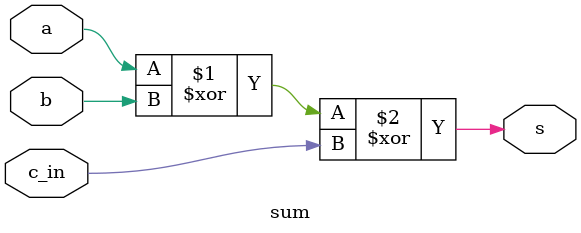
<source format=v>
`timescale 1ns / 1ps
module sum(
    input a,
    input b,
    input c_in,
    output s
    );
xor g1(s,a,b,c_in);

endmodule

</source>
